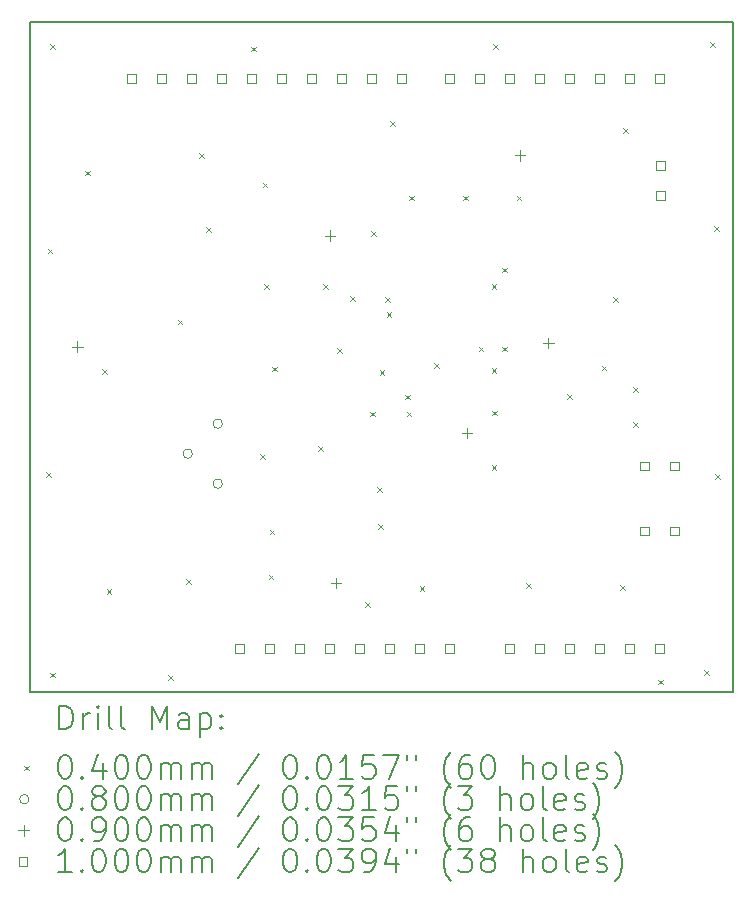
<source format=gbr>
%TF.GenerationSoftware,KiCad,Pcbnew,(6.0.7)*%
%TF.CreationDate,2023-02-07T21:04:06+01:00*%
%TF.ProjectId,002 ardu ino shield,30303220-6172-4647-9520-696e6f207368,rev?*%
%TF.SameCoordinates,Original*%
%TF.FileFunction,Drillmap*%
%TF.FilePolarity,Positive*%
%FSLAX45Y45*%
G04 Gerber Fmt 4.5, Leading zero omitted, Abs format (unit mm)*
G04 Created by KiCad (PCBNEW (6.0.7)) date 2023-02-07 21:04:06*
%MOMM*%
%LPD*%
G01*
G04 APERTURE LIST*
%ADD10C,0.150000*%
%ADD11C,0.200000*%
%ADD12C,0.040000*%
%ADD13C,0.080000*%
%ADD14C,0.090000*%
%ADD15C,0.100000*%
G04 APERTURE END LIST*
D10*
X11020000Y-10110000D02*
X16970000Y-10110000D01*
X11020000Y-10110000D02*
X11020000Y-4440000D01*
X16970000Y-10110000D02*
X16970000Y-4440000D01*
X11020000Y-4440000D02*
X16970000Y-4440000D01*
D11*
D12*
X11160000Y-8250000D02*
X11200000Y-8290000D01*
X11200000Y-8250000D02*
X11160000Y-8290000D01*
X11170000Y-6360000D02*
X11210000Y-6400000D01*
X11210000Y-6360000D02*
X11170000Y-6400000D01*
X11190000Y-4630000D02*
X11230000Y-4670000D01*
X11230000Y-4630000D02*
X11190000Y-4670000D01*
X11190000Y-9950000D02*
X11230000Y-9990000D01*
X11230000Y-9950000D02*
X11190000Y-9990000D01*
X11490000Y-5700000D02*
X11530000Y-5740000D01*
X11530000Y-5700000D02*
X11490000Y-5740000D01*
X11630000Y-7380000D02*
X11670000Y-7420000D01*
X11670000Y-7380000D02*
X11630000Y-7420000D01*
X11670000Y-9240000D02*
X11710000Y-9280000D01*
X11710000Y-9240000D02*
X11670000Y-9280000D01*
X12190000Y-9970000D02*
X12230000Y-10010000D01*
X12230000Y-9970000D02*
X12190000Y-10010000D01*
X12270000Y-6960000D02*
X12310000Y-7000000D01*
X12310000Y-6960000D02*
X12270000Y-7000000D01*
X12340000Y-9160000D02*
X12380000Y-9200000D01*
X12380000Y-9160000D02*
X12340000Y-9200000D01*
X12450000Y-5550000D02*
X12490000Y-5590000D01*
X12490000Y-5550000D02*
X12450000Y-5590000D01*
X12510000Y-6180000D02*
X12550000Y-6220000D01*
X12550000Y-6180000D02*
X12510000Y-6220000D01*
X12890000Y-4650000D02*
X12930000Y-4690000D01*
X12930000Y-4650000D02*
X12890000Y-4690000D01*
X12970000Y-8100000D02*
X13010000Y-8140000D01*
X13010000Y-8100000D02*
X12970000Y-8140000D01*
X12990000Y-5800000D02*
X13030000Y-5840000D01*
X13030000Y-5800000D02*
X12990000Y-5840000D01*
X13000000Y-6660000D02*
X13040000Y-6700000D01*
X13040000Y-6660000D02*
X13000000Y-6700000D01*
X13040000Y-9120000D02*
X13080000Y-9160000D01*
X13080000Y-9120000D02*
X13040000Y-9160000D01*
X13050000Y-8740000D02*
X13090000Y-8780000D01*
X13090000Y-8740000D02*
X13050000Y-8780000D01*
X13070000Y-7360000D02*
X13110000Y-7400000D01*
X13110000Y-7360000D02*
X13070000Y-7400000D01*
X13460000Y-8030000D02*
X13500000Y-8070000D01*
X13500000Y-8030000D02*
X13460000Y-8070000D01*
X13500000Y-6660000D02*
X13540000Y-6700000D01*
X13540000Y-6660000D02*
X13500000Y-6700000D01*
X13620000Y-7200000D02*
X13660000Y-7240000D01*
X13660000Y-7200000D02*
X13620000Y-7240000D01*
X13730000Y-6760000D02*
X13770000Y-6800000D01*
X13770000Y-6760000D02*
X13730000Y-6800000D01*
X13860000Y-9350000D02*
X13900000Y-9390000D01*
X13900000Y-9350000D02*
X13860000Y-9390000D01*
X13900000Y-7740000D02*
X13940000Y-7780000D01*
X13940000Y-7740000D02*
X13900000Y-7780000D01*
X13910000Y-6210000D02*
X13950000Y-6250000D01*
X13950000Y-6210000D02*
X13910000Y-6250000D01*
X13960000Y-8380000D02*
X14000000Y-8420000D01*
X14000000Y-8380000D02*
X13960000Y-8420000D01*
X13970000Y-8690000D02*
X14010000Y-8730000D01*
X14010000Y-8690000D02*
X13970000Y-8730000D01*
X13980000Y-7390000D02*
X14020000Y-7430000D01*
X14020000Y-7390000D02*
X13980000Y-7430000D01*
X14030000Y-6770000D02*
X14070000Y-6810000D01*
X14070000Y-6770000D02*
X14030000Y-6810000D01*
X14040000Y-6900000D02*
X14080000Y-6940000D01*
X14080000Y-6900000D02*
X14040000Y-6940000D01*
X14070000Y-5280000D02*
X14110000Y-5320000D01*
X14110000Y-5280000D02*
X14070000Y-5320000D01*
X14195000Y-7595000D02*
X14235000Y-7635000D01*
X14235000Y-7595000D02*
X14195000Y-7635000D01*
X14210000Y-7740000D02*
X14250000Y-7780000D01*
X14250000Y-7740000D02*
X14210000Y-7780000D01*
X14230000Y-5910000D02*
X14270000Y-5950000D01*
X14270000Y-5910000D02*
X14230000Y-5950000D01*
X14320000Y-9220000D02*
X14360000Y-9260000D01*
X14360000Y-9220000D02*
X14320000Y-9260000D01*
X14440000Y-7330000D02*
X14480000Y-7370000D01*
X14480000Y-7330000D02*
X14440000Y-7370000D01*
X14690000Y-5910000D02*
X14730000Y-5950000D01*
X14730000Y-5910000D02*
X14690000Y-5950000D01*
X14820000Y-7190000D02*
X14860000Y-7230000D01*
X14860000Y-7190000D02*
X14820000Y-7230000D01*
X14930000Y-6660000D02*
X14970000Y-6700000D01*
X14970000Y-6660000D02*
X14930000Y-6700000D01*
X14930000Y-7370000D02*
X14970000Y-7410000D01*
X14970000Y-7370000D02*
X14930000Y-7410000D01*
X14930000Y-8190000D02*
X14970000Y-8230000D01*
X14970000Y-8190000D02*
X14930000Y-8230000D01*
X14931250Y-7732500D02*
X14971250Y-7772500D01*
X14971250Y-7732500D02*
X14931250Y-7772500D01*
X14940000Y-4630000D02*
X14980000Y-4670000D01*
X14980000Y-4630000D02*
X14940000Y-4670000D01*
X15020000Y-6520000D02*
X15060000Y-6560000D01*
X15060000Y-6520000D02*
X15020000Y-6560000D01*
X15020000Y-7190000D02*
X15060000Y-7230000D01*
X15060000Y-7190000D02*
X15020000Y-7230000D01*
X15140000Y-5910000D02*
X15180000Y-5950000D01*
X15180000Y-5910000D02*
X15140000Y-5950000D01*
X15220000Y-9190000D02*
X15260000Y-9230000D01*
X15260000Y-9190000D02*
X15220000Y-9230000D01*
X15568750Y-7591250D02*
X15608750Y-7631250D01*
X15608750Y-7591250D02*
X15568750Y-7631250D01*
X15860000Y-7350000D02*
X15900000Y-7390000D01*
X15900000Y-7350000D02*
X15860000Y-7390000D01*
X15960000Y-6770000D02*
X16000000Y-6810000D01*
X16000000Y-6770000D02*
X15960000Y-6810000D01*
X16020000Y-9210000D02*
X16060000Y-9250000D01*
X16060000Y-9210000D02*
X16020000Y-9250000D01*
X16040000Y-5340000D02*
X16080000Y-5380000D01*
X16080000Y-5340000D02*
X16040000Y-5380000D01*
X16130000Y-7530000D02*
X16170000Y-7570000D01*
X16170000Y-7530000D02*
X16130000Y-7570000D01*
X16130000Y-7830000D02*
X16170000Y-7870000D01*
X16170000Y-7830000D02*
X16130000Y-7870000D01*
X16340000Y-10010000D02*
X16380000Y-10050000D01*
X16380000Y-10010000D02*
X16340000Y-10050000D01*
X16730000Y-9930000D02*
X16770000Y-9970000D01*
X16770000Y-9930000D02*
X16730000Y-9970000D01*
X16780000Y-4610000D02*
X16820000Y-4650000D01*
X16820000Y-4610000D02*
X16780000Y-4650000D01*
X16810000Y-6170000D02*
X16850000Y-6210000D01*
X16850000Y-6170000D02*
X16810000Y-6210000D01*
X16820000Y-8270000D02*
X16860000Y-8310000D01*
X16860000Y-8270000D02*
X16820000Y-8310000D01*
D13*
X12396000Y-8096000D02*
G75*
G03*
X12396000Y-8096000I-40000J0D01*
G01*
X12650000Y-7842000D02*
G75*
G03*
X12650000Y-7842000I-40000J0D01*
G01*
X12650000Y-8350000D02*
G75*
G03*
X12650000Y-8350000I-40000J0D01*
G01*
D14*
X11420000Y-7145000D02*
X11420000Y-7235000D01*
X11375000Y-7190000D02*
X11465000Y-7190000D01*
X13560000Y-6205000D02*
X13560000Y-6295000D01*
X13515000Y-6250000D02*
X13605000Y-6250000D01*
X13610000Y-9145000D02*
X13610000Y-9235000D01*
X13565000Y-9190000D02*
X13655000Y-9190000D01*
X14720000Y-7875000D02*
X14720000Y-7965000D01*
X14675000Y-7920000D02*
X14765000Y-7920000D01*
X15170000Y-5525000D02*
X15170000Y-5615000D01*
X15125000Y-5570000D02*
X15215000Y-5570000D01*
X15410000Y-7115000D02*
X15410000Y-7205000D01*
X15365000Y-7160000D02*
X15455000Y-7160000D01*
D15*
X11914956Y-4955356D02*
X11914956Y-4884644D01*
X11844244Y-4884644D01*
X11844244Y-4955356D01*
X11914956Y-4955356D01*
X12168956Y-4955356D02*
X12168956Y-4884644D01*
X12098244Y-4884644D01*
X12098244Y-4955356D01*
X12168956Y-4955356D01*
X12422956Y-4955356D02*
X12422956Y-4884644D01*
X12352244Y-4884644D01*
X12352244Y-4955356D01*
X12422956Y-4955356D01*
X12676956Y-4955356D02*
X12676956Y-4884644D01*
X12606244Y-4884644D01*
X12606244Y-4955356D01*
X12676956Y-4955356D01*
X12829356Y-9781356D02*
X12829356Y-9710644D01*
X12758644Y-9710644D01*
X12758644Y-9781356D01*
X12829356Y-9781356D01*
X12930956Y-4955356D02*
X12930956Y-4884644D01*
X12860244Y-4884644D01*
X12860244Y-4955356D01*
X12930956Y-4955356D01*
X13083356Y-9781356D02*
X13083356Y-9710644D01*
X13012644Y-9710644D01*
X13012644Y-9781356D01*
X13083356Y-9781356D01*
X13184956Y-4955356D02*
X13184956Y-4884644D01*
X13114244Y-4884644D01*
X13114244Y-4955356D01*
X13184956Y-4955356D01*
X13337356Y-9781356D02*
X13337356Y-9710644D01*
X13266644Y-9710644D01*
X13266644Y-9781356D01*
X13337356Y-9781356D01*
X13438956Y-4955356D02*
X13438956Y-4884644D01*
X13368244Y-4884644D01*
X13368244Y-4955356D01*
X13438956Y-4955356D01*
X13591356Y-9781356D02*
X13591356Y-9710644D01*
X13520644Y-9710644D01*
X13520644Y-9781356D01*
X13591356Y-9781356D01*
X13692956Y-4955356D02*
X13692956Y-4884644D01*
X13622244Y-4884644D01*
X13622244Y-4955356D01*
X13692956Y-4955356D01*
X13845356Y-9781356D02*
X13845356Y-9710644D01*
X13774644Y-9710644D01*
X13774644Y-9781356D01*
X13845356Y-9781356D01*
X13946956Y-4955356D02*
X13946956Y-4884644D01*
X13876244Y-4884644D01*
X13876244Y-4955356D01*
X13946956Y-4955356D01*
X14099356Y-9781356D02*
X14099356Y-9710644D01*
X14028644Y-9710644D01*
X14028644Y-9781356D01*
X14099356Y-9781356D01*
X14200956Y-4955356D02*
X14200956Y-4884644D01*
X14130244Y-4884644D01*
X14130244Y-4955356D01*
X14200956Y-4955356D01*
X14353356Y-9781356D02*
X14353356Y-9710644D01*
X14282644Y-9710644D01*
X14282644Y-9781356D01*
X14353356Y-9781356D01*
X14607356Y-4955356D02*
X14607356Y-4884644D01*
X14536644Y-4884644D01*
X14536644Y-4955356D01*
X14607356Y-4955356D01*
X14607356Y-9781356D02*
X14607356Y-9710644D01*
X14536644Y-9710644D01*
X14536644Y-9781356D01*
X14607356Y-9781356D01*
X14861356Y-4955356D02*
X14861356Y-4884644D01*
X14790644Y-4884644D01*
X14790644Y-4955356D01*
X14861356Y-4955356D01*
X15115356Y-4955356D02*
X15115356Y-4884644D01*
X15044644Y-4884644D01*
X15044644Y-4955356D01*
X15115356Y-4955356D01*
X15115356Y-9781356D02*
X15115356Y-9710644D01*
X15044644Y-9710644D01*
X15044644Y-9781356D01*
X15115356Y-9781356D01*
X15369356Y-4955356D02*
X15369356Y-4884644D01*
X15298644Y-4884644D01*
X15298644Y-4955356D01*
X15369356Y-4955356D01*
X15369356Y-9781356D02*
X15369356Y-9710644D01*
X15298644Y-9710644D01*
X15298644Y-9781356D01*
X15369356Y-9781356D01*
X15623356Y-4955356D02*
X15623356Y-4884644D01*
X15552644Y-4884644D01*
X15552644Y-4955356D01*
X15623356Y-4955356D01*
X15623356Y-9781356D02*
X15623356Y-9710644D01*
X15552644Y-9710644D01*
X15552644Y-9781356D01*
X15623356Y-9781356D01*
X15877356Y-4955356D02*
X15877356Y-4884644D01*
X15806644Y-4884644D01*
X15806644Y-4955356D01*
X15877356Y-4955356D01*
X15877356Y-9781356D02*
X15877356Y-9710644D01*
X15806644Y-9710644D01*
X15806644Y-9781356D01*
X15877356Y-9781356D01*
X16131356Y-4955356D02*
X16131356Y-4884644D01*
X16060644Y-4884644D01*
X16060644Y-4955356D01*
X16131356Y-4955356D01*
X16131356Y-9781356D02*
X16131356Y-9710644D01*
X16060644Y-9710644D01*
X16060644Y-9781356D01*
X16131356Y-9781356D01*
X16258356Y-8236356D02*
X16258356Y-8165644D01*
X16187644Y-8165644D01*
X16187644Y-8236356D01*
X16258356Y-8236356D01*
X16258356Y-8786356D02*
X16258356Y-8715644D01*
X16187644Y-8715644D01*
X16187644Y-8786356D01*
X16258356Y-8786356D01*
X16385356Y-4955356D02*
X16385356Y-4884644D01*
X16314644Y-4884644D01*
X16314644Y-4955356D01*
X16385356Y-4955356D01*
X16385356Y-9781356D02*
X16385356Y-9710644D01*
X16314644Y-9710644D01*
X16314644Y-9781356D01*
X16385356Y-9781356D01*
X16395356Y-5691356D02*
X16395356Y-5620644D01*
X16324644Y-5620644D01*
X16324644Y-5691356D01*
X16395356Y-5691356D01*
X16395356Y-5945356D02*
X16395356Y-5874644D01*
X16324644Y-5874644D01*
X16324644Y-5945356D01*
X16395356Y-5945356D01*
X16512356Y-8236356D02*
X16512356Y-8165644D01*
X16441644Y-8165644D01*
X16441644Y-8236356D01*
X16512356Y-8236356D01*
X16512356Y-8786356D02*
X16512356Y-8715644D01*
X16441644Y-8715644D01*
X16441644Y-8786356D01*
X16512356Y-8786356D01*
D11*
X11270119Y-10427976D02*
X11270119Y-10227976D01*
X11317738Y-10227976D01*
X11346309Y-10237500D01*
X11365357Y-10256548D01*
X11374881Y-10275595D01*
X11384405Y-10313690D01*
X11384405Y-10342262D01*
X11374881Y-10380357D01*
X11365357Y-10399405D01*
X11346309Y-10418452D01*
X11317738Y-10427976D01*
X11270119Y-10427976D01*
X11470119Y-10427976D02*
X11470119Y-10294643D01*
X11470119Y-10332738D02*
X11479643Y-10313690D01*
X11489167Y-10304167D01*
X11508214Y-10294643D01*
X11527262Y-10294643D01*
X11593928Y-10427976D02*
X11593928Y-10294643D01*
X11593928Y-10227976D02*
X11584405Y-10237500D01*
X11593928Y-10247024D01*
X11603452Y-10237500D01*
X11593928Y-10227976D01*
X11593928Y-10247024D01*
X11717738Y-10427976D02*
X11698690Y-10418452D01*
X11689167Y-10399405D01*
X11689167Y-10227976D01*
X11822500Y-10427976D02*
X11803452Y-10418452D01*
X11793928Y-10399405D01*
X11793928Y-10227976D01*
X12051071Y-10427976D02*
X12051071Y-10227976D01*
X12117738Y-10370833D01*
X12184405Y-10227976D01*
X12184405Y-10427976D01*
X12365357Y-10427976D02*
X12365357Y-10323214D01*
X12355833Y-10304167D01*
X12336786Y-10294643D01*
X12298690Y-10294643D01*
X12279643Y-10304167D01*
X12365357Y-10418452D02*
X12346309Y-10427976D01*
X12298690Y-10427976D01*
X12279643Y-10418452D01*
X12270119Y-10399405D01*
X12270119Y-10380357D01*
X12279643Y-10361310D01*
X12298690Y-10351786D01*
X12346309Y-10351786D01*
X12365357Y-10342262D01*
X12460595Y-10294643D02*
X12460595Y-10494643D01*
X12460595Y-10304167D02*
X12479643Y-10294643D01*
X12517738Y-10294643D01*
X12536786Y-10304167D01*
X12546309Y-10313690D01*
X12555833Y-10332738D01*
X12555833Y-10389881D01*
X12546309Y-10408929D01*
X12536786Y-10418452D01*
X12517738Y-10427976D01*
X12479643Y-10427976D01*
X12460595Y-10418452D01*
X12641548Y-10408929D02*
X12651071Y-10418452D01*
X12641548Y-10427976D01*
X12632024Y-10418452D01*
X12641548Y-10408929D01*
X12641548Y-10427976D01*
X12641548Y-10304167D02*
X12651071Y-10313690D01*
X12641548Y-10323214D01*
X12632024Y-10313690D01*
X12641548Y-10304167D01*
X12641548Y-10323214D01*
D12*
X10972500Y-10737500D02*
X11012500Y-10777500D01*
X11012500Y-10737500D02*
X10972500Y-10777500D01*
D11*
X11308214Y-10647976D02*
X11327262Y-10647976D01*
X11346309Y-10657500D01*
X11355833Y-10667024D01*
X11365357Y-10686071D01*
X11374881Y-10724167D01*
X11374881Y-10771786D01*
X11365357Y-10809881D01*
X11355833Y-10828929D01*
X11346309Y-10838452D01*
X11327262Y-10847976D01*
X11308214Y-10847976D01*
X11289167Y-10838452D01*
X11279643Y-10828929D01*
X11270119Y-10809881D01*
X11260595Y-10771786D01*
X11260595Y-10724167D01*
X11270119Y-10686071D01*
X11279643Y-10667024D01*
X11289167Y-10657500D01*
X11308214Y-10647976D01*
X11460595Y-10828929D02*
X11470119Y-10838452D01*
X11460595Y-10847976D01*
X11451071Y-10838452D01*
X11460595Y-10828929D01*
X11460595Y-10847976D01*
X11641548Y-10714643D02*
X11641548Y-10847976D01*
X11593928Y-10638452D02*
X11546309Y-10781310D01*
X11670119Y-10781310D01*
X11784405Y-10647976D02*
X11803452Y-10647976D01*
X11822500Y-10657500D01*
X11832024Y-10667024D01*
X11841548Y-10686071D01*
X11851071Y-10724167D01*
X11851071Y-10771786D01*
X11841548Y-10809881D01*
X11832024Y-10828929D01*
X11822500Y-10838452D01*
X11803452Y-10847976D01*
X11784405Y-10847976D01*
X11765357Y-10838452D01*
X11755833Y-10828929D01*
X11746309Y-10809881D01*
X11736786Y-10771786D01*
X11736786Y-10724167D01*
X11746309Y-10686071D01*
X11755833Y-10667024D01*
X11765357Y-10657500D01*
X11784405Y-10647976D01*
X11974881Y-10647976D02*
X11993928Y-10647976D01*
X12012976Y-10657500D01*
X12022500Y-10667024D01*
X12032024Y-10686071D01*
X12041548Y-10724167D01*
X12041548Y-10771786D01*
X12032024Y-10809881D01*
X12022500Y-10828929D01*
X12012976Y-10838452D01*
X11993928Y-10847976D01*
X11974881Y-10847976D01*
X11955833Y-10838452D01*
X11946309Y-10828929D01*
X11936786Y-10809881D01*
X11927262Y-10771786D01*
X11927262Y-10724167D01*
X11936786Y-10686071D01*
X11946309Y-10667024D01*
X11955833Y-10657500D01*
X11974881Y-10647976D01*
X12127262Y-10847976D02*
X12127262Y-10714643D01*
X12127262Y-10733690D02*
X12136786Y-10724167D01*
X12155833Y-10714643D01*
X12184405Y-10714643D01*
X12203452Y-10724167D01*
X12212976Y-10743214D01*
X12212976Y-10847976D01*
X12212976Y-10743214D02*
X12222500Y-10724167D01*
X12241548Y-10714643D01*
X12270119Y-10714643D01*
X12289167Y-10724167D01*
X12298690Y-10743214D01*
X12298690Y-10847976D01*
X12393928Y-10847976D02*
X12393928Y-10714643D01*
X12393928Y-10733690D02*
X12403452Y-10724167D01*
X12422500Y-10714643D01*
X12451071Y-10714643D01*
X12470119Y-10724167D01*
X12479643Y-10743214D01*
X12479643Y-10847976D01*
X12479643Y-10743214D02*
X12489167Y-10724167D01*
X12508214Y-10714643D01*
X12536786Y-10714643D01*
X12555833Y-10724167D01*
X12565357Y-10743214D01*
X12565357Y-10847976D01*
X12955833Y-10638452D02*
X12784405Y-10895595D01*
X13212976Y-10647976D02*
X13232024Y-10647976D01*
X13251071Y-10657500D01*
X13260595Y-10667024D01*
X13270119Y-10686071D01*
X13279643Y-10724167D01*
X13279643Y-10771786D01*
X13270119Y-10809881D01*
X13260595Y-10828929D01*
X13251071Y-10838452D01*
X13232024Y-10847976D01*
X13212976Y-10847976D01*
X13193928Y-10838452D01*
X13184405Y-10828929D01*
X13174881Y-10809881D01*
X13165357Y-10771786D01*
X13165357Y-10724167D01*
X13174881Y-10686071D01*
X13184405Y-10667024D01*
X13193928Y-10657500D01*
X13212976Y-10647976D01*
X13365357Y-10828929D02*
X13374881Y-10838452D01*
X13365357Y-10847976D01*
X13355833Y-10838452D01*
X13365357Y-10828929D01*
X13365357Y-10847976D01*
X13498690Y-10647976D02*
X13517738Y-10647976D01*
X13536786Y-10657500D01*
X13546309Y-10667024D01*
X13555833Y-10686071D01*
X13565357Y-10724167D01*
X13565357Y-10771786D01*
X13555833Y-10809881D01*
X13546309Y-10828929D01*
X13536786Y-10838452D01*
X13517738Y-10847976D01*
X13498690Y-10847976D01*
X13479643Y-10838452D01*
X13470119Y-10828929D01*
X13460595Y-10809881D01*
X13451071Y-10771786D01*
X13451071Y-10724167D01*
X13460595Y-10686071D01*
X13470119Y-10667024D01*
X13479643Y-10657500D01*
X13498690Y-10647976D01*
X13755833Y-10847976D02*
X13641548Y-10847976D01*
X13698690Y-10847976D02*
X13698690Y-10647976D01*
X13679643Y-10676548D01*
X13660595Y-10695595D01*
X13641548Y-10705119D01*
X13936786Y-10647976D02*
X13841548Y-10647976D01*
X13832024Y-10743214D01*
X13841548Y-10733690D01*
X13860595Y-10724167D01*
X13908214Y-10724167D01*
X13927262Y-10733690D01*
X13936786Y-10743214D01*
X13946309Y-10762262D01*
X13946309Y-10809881D01*
X13936786Y-10828929D01*
X13927262Y-10838452D01*
X13908214Y-10847976D01*
X13860595Y-10847976D01*
X13841548Y-10838452D01*
X13832024Y-10828929D01*
X14012976Y-10647976D02*
X14146309Y-10647976D01*
X14060595Y-10847976D01*
X14212976Y-10647976D02*
X14212976Y-10686071D01*
X14289167Y-10647976D02*
X14289167Y-10686071D01*
X14584405Y-10924167D02*
X14574881Y-10914643D01*
X14555833Y-10886071D01*
X14546309Y-10867024D01*
X14536786Y-10838452D01*
X14527262Y-10790833D01*
X14527262Y-10752738D01*
X14536786Y-10705119D01*
X14546309Y-10676548D01*
X14555833Y-10657500D01*
X14574881Y-10628929D01*
X14584405Y-10619405D01*
X14746309Y-10647976D02*
X14708214Y-10647976D01*
X14689167Y-10657500D01*
X14679643Y-10667024D01*
X14660595Y-10695595D01*
X14651071Y-10733690D01*
X14651071Y-10809881D01*
X14660595Y-10828929D01*
X14670119Y-10838452D01*
X14689167Y-10847976D01*
X14727262Y-10847976D01*
X14746309Y-10838452D01*
X14755833Y-10828929D01*
X14765357Y-10809881D01*
X14765357Y-10762262D01*
X14755833Y-10743214D01*
X14746309Y-10733690D01*
X14727262Y-10724167D01*
X14689167Y-10724167D01*
X14670119Y-10733690D01*
X14660595Y-10743214D01*
X14651071Y-10762262D01*
X14889167Y-10647976D02*
X14908214Y-10647976D01*
X14927262Y-10657500D01*
X14936786Y-10667024D01*
X14946309Y-10686071D01*
X14955833Y-10724167D01*
X14955833Y-10771786D01*
X14946309Y-10809881D01*
X14936786Y-10828929D01*
X14927262Y-10838452D01*
X14908214Y-10847976D01*
X14889167Y-10847976D01*
X14870119Y-10838452D01*
X14860595Y-10828929D01*
X14851071Y-10809881D01*
X14841548Y-10771786D01*
X14841548Y-10724167D01*
X14851071Y-10686071D01*
X14860595Y-10667024D01*
X14870119Y-10657500D01*
X14889167Y-10647976D01*
X15193928Y-10847976D02*
X15193928Y-10647976D01*
X15279643Y-10847976D02*
X15279643Y-10743214D01*
X15270119Y-10724167D01*
X15251071Y-10714643D01*
X15222500Y-10714643D01*
X15203452Y-10724167D01*
X15193928Y-10733690D01*
X15403452Y-10847976D02*
X15384405Y-10838452D01*
X15374881Y-10828929D01*
X15365357Y-10809881D01*
X15365357Y-10752738D01*
X15374881Y-10733690D01*
X15384405Y-10724167D01*
X15403452Y-10714643D01*
X15432024Y-10714643D01*
X15451071Y-10724167D01*
X15460595Y-10733690D01*
X15470119Y-10752738D01*
X15470119Y-10809881D01*
X15460595Y-10828929D01*
X15451071Y-10838452D01*
X15432024Y-10847976D01*
X15403452Y-10847976D01*
X15584405Y-10847976D02*
X15565357Y-10838452D01*
X15555833Y-10819405D01*
X15555833Y-10647976D01*
X15736786Y-10838452D02*
X15717738Y-10847976D01*
X15679643Y-10847976D01*
X15660595Y-10838452D01*
X15651071Y-10819405D01*
X15651071Y-10743214D01*
X15660595Y-10724167D01*
X15679643Y-10714643D01*
X15717738Y-10714643D01*
X15736786Y-10724167D01*
X15746309Y-10743214D01*
X15746309Y-10762262D01*
X15651071Y-10781310D01*
X15822500Y-10838452D02*
X15841548Y-10847976D01*
X15879643Y-10847976D01*
X15898690Y-10838452D01*
X15908214Y-10819405D01*
X15908214Y-10809881D01*
X15898690Y-10790833D01*
X15879643Y-10781310D01*
X15851071Y-10781310D01*
X15832024Y-10771786D01*
X15822500Y-10752738D01*
X15822500Y-10743214D01*
X15832024Y-10724167D01*
X15851071Y-10714643D01*
X15879643Y-10714643D01*
X15898690Y-10724167D01*
X15974881Y-10924167D02*
X15984405Y-10914643D01*
X16003452Y-10886071D01*
X16012976Y-10867024D01*
X16022500Y-10838452D01*
X16032024Y-10790833D01*
X16032024Y-10752738D01*
X16022500Y-10705119D01*
X16012976Y-10676548D01*
X16003452Y-10657500D01*
X15984405Y-10628929D01*
X15974881Y-10619405D01*
D13*
X11012500Y-11021500D02*
G75*
G03*
X11012500Y-11021500I-40000J0D01*
G01*
D11*
X11308214Y-10911976D02*
X11327262Y-10911976D01*
X11346309Y-10921500D01*
X11355833Y-10931024D01*
X11365357Y-10950071D01*
X11374881Y-10988167D01*
X11374881Y-11035786D01*
X11365357Y-11073881D01*
X11355833Y-11092929D01*
X11346309Y-11102452D01*
X11327262Y-11111976D01*
X11308214Y-11111976D01*
X11289167Y-11102452D01*
X11279643Y-11092929D01*
X11270119Y-11073881D01*
X11260595Y-11035786D01*
X11260595Y-10988167D01*
X11270119Y-10950071D01*
X11279643Y-10931024D01*
X11289167Y-10921500D01*
X11308214Y-10911976D01*
X11460595Y-11092929D02*
X11470119Y-11102452D01*
X11460595Y-11111976D01*
X11451071Y-11102452D01*
X11460595Y-11092929D01*
X11460595Y-11111976D01*
X11584405Y-10997690D02*
X11565357Y-10988167D01*
X11555833Y-10978643D01*
X11546309Y-10959595D01*
X11546309Y-10950071D01*
X11555833Y-10931024D01*
X11565357Y-10921500D01*
X11584405Y-10911976D01*
X11622500Y-10911976D01*
X11641548Y-10921500D01*
X11651071Y-10931024D01*
X11660595Y-10950071D01*
X11660595Y-10959595D01*
X11651071Y-10978643D01*
X11641548Y-10988167D01*
X11622500Y-10997690D01*
X11584405Y-10997690D01*
X11565357Y-11007214D01*
X11555833Y-11016738D01*
X11546309Y-11035786D01*
X11546309Y-11073881D01*
X11555833Y-11092929D01*
X11565357Y-11102452D01*
X11584405Y-11111976D01*
X11622500Y-11111976D01*
X11641548Y-11102452D01*
X11651071Y-11092929D01*
X11660595Y-11073881D01*
X11660595Y-11035786D01*
X11651071Y-11016738D01*
X11641548Y-11007214D01*
X11622500Y-10997690D01*
X11784405Y-10911976D02*
X11803452Y-10911976D01*
X11822500Y-10921500D01*
X11832024Y-10931024D01*
X11841548Y-10950071D01*
X11851071Y-10988167D01*
X11851071Y-11035786D01*
X11841548Y-11073881D01*
X11832024Y-11092929D01*
X11822500Y-11102452D01*
X11803452Y-11111976D01*
X11784405Y-11111976D01*
X11765357Y-11102452D01*
X11755833Y-11092929D01*
X11746309Y-11073881D01*
X11736786Y-11035786D01*
X11736786Y-10988167D01*
X11746309Y-10950071D01*
X11755833Y-10931024D01*
X11765357Y-10921500D01*
X11784405Y-10911976D01*
X11974881Y-10911976D02*
X11993928Y-10911976D01*
X12012976Y-10921500D01*
X12022500Y-10931024D01*
X12032024Y-10950071D01*
X12041548Y-10988167D01*
X12041548Y-11035786D01*
X12032024Y-11073881D01*
X12022500Y-11092929D01*
X12012976Y-11102452D01*
X11993928Y-11111976D01*
X11974881Y-11111976D01*
X11955833Y-11102452D01*
X11946309Y-11092929D01*
X11936786Y-11073881D01*
X11927262Y-11035786D01*
X11927262Y-10988167D01*
X11936786Y-10950071D01*
X11946309Y-10931024D01*
X11955833Y-10921500D01*
X11974881Y-10911976D01*
X12127262Y-11111976D02*
X12127262Y-10978643D01*
X12127262Y-10997690D02*
X12136786Y-10988167D01*
X12155833Y-10978643D01*
X12184405Y-10978643D01*
X12203452Y-10988167D01*
X12212976Y-11007214D01*
X12212976Y-11111976D01*
X12212976Y-11007214D02*
X12222500Y-10988167D01*
X12241548Y-10978643D01*
X12270119Y-10978643D01*
X12289167Y-10988167D01*
X12298690Y-11007214D01*
X12298690Y-11111976D01*
X12393928Y-11111976D02*
X12393928Y-10978643D01*
X12393928Y-10997690D02*
X12403452Y-10988167D01*
X12422500Y-10978643D01*
X12451071Y-10978643D01*
X12470119Y-10988167D01*
X12479643Y-11007214D01*
X12479643Y-11111976D01*
X12479643Y-11007214D02*
X12489167Y-10988167D01*
X12508214Y-10978643D01*
X12536786Y-10978643D01*
X12555833Y-10988167D01*
X12565357Y-11007214D01*
X12565357Y-11111976D01*
X12955833Y-10902452D02*
X12784405Y-11159595D01*
X13212976Y-10911976D02*
X13232024Y-10911976D01*
X13251071Y-10921500D01*
X13260595Y-10931024D01*
X13270119Y-10950071D01*
X13279643Y-10988167D01*
X13279643Y-11035786D01*
X13270119Y-11073881D01*
X13260595Y-11092929D01*
X13251071Y-11102452D01*
X13232024Y-11111976D01*
X13212976Y-11111976D01*
X13193928Y-11102452D01*
X13184405Y-11092929D01*
X13174881Y-11073881D01*
X13165357Y-11035786D01*
X13165357Y-10988167D01*
X13174881Y-10950071D01*
X13184405Y-10931024D01*
X13193928Y-10921500D01*
X13212976Y-10911976D01*
X13365357Y-11092929D02*
X13374881Y-11102452D01*
X13365357Y-11111976D01*
X13355833Y-11102452D01*
X13365357Y-11092929D01*
X13365357Y-11111976D01*
X13498690Y-10911976D02*
X13517738Y-10911976D01*
X13536786Y-10921500D01*
X13546309Y-10931024D01*
X13555833Y-10950071D01*
X13565357Y-10988167D01*
X13565357Y-11035786D01*
X13555833Y-11073881D01*
X13546309Y-11092929D01*
X13536786Y-11102452D01*
X13517738Y-11111976D01*
X13498690Y-11111976D01*
X13479643Y-11102452D01*
X13470119Y-11092929D01*
X13460595Y-11073881D01*
X13451071Y-11035786D01*
X13451071Y-10988167D01*
X13460595Y-10950071D01*
X13470119Y-10931024D01*
X13479643Y-10921500D01*
X13498690Y-10911976D01*
X13632024Y-10911976D02*
X13755833Y-10911976D01*
X13689167Y-10988167D01*
X13717738Y-10988167D01*
X13736786Y-10997690D01*
X13746309Y-11007214D01*
X13755833Y-11026262D01*
X13755833Y-11073881D01*
X13746309Y-11092929D01*
X13736786Y-11102452D01*
X13717738Y-11111976D01*
X13660595Y-11111976D01*
X13641548Y-11102452D01*
X13632024Y-11092929D01*
X13946309Y-11111976D02*
X13832024Y-11111976D01*
X13889167Y-11111976D02*
X13889167Y-10911976D01*
X13870119Y-10940548D01*
X13851071Y-10959595D01*
X13832024Y-10969119D01*
X14127262Y-10911976D02*
X14032024Y-10911976D01*
X14022500Y-11007214D01*
X14032024Y-10997690D01*
X14051071Y-10988167D01*
X14098690Y-10988167D01*
X14117738Y-10997690D01*
X14127262Y-11007214D01*
X14136786Y-11026262D01*
X14136786Y-11073881D01*
X14127262Y-11092929D01*
X14117738Y-11102452D01*
X14098690Y-11111976D01*
X14051071Y-11111976D01*
X14032024Y-11102452D01*
X14022500Y-11092929D01*
X14212976Y-10911976D02*
X14212976Y-10950071D01*
X14289167Y-10911976D02*
X14289167Y-10950071D01*
X14584405Y-11188167D02*
X14574881Y-11178643D01*
X14555833Y-11150071D01*
X14546309Y-11131024D01*
X14536786Y-11102452D01*
X14527262Y-11054833D01*
X14527262Y-11016738D01*
X14536786Y-10969119D01*
X14546309Y-10940548D01*
X14555833Y-10921500D01*
X14574881Y-10892929D01*
X14584405Y-10883405D01*
X14641548Y-10911976D02*
X14765357Y-10911976D01*
X14698690Y-10988167D01*
X14727262Y-10988167D01*
X14746309Y-10997690D01*
X14755833Y-11007214D01*
X14765357Y-11026262D01*
X14765357Y-11073881D01*
X14755833Y-11092929D01*
X14746309Y-11102452D01*
X14727262Y-11111976D01*
X14670119Y-11111976D01*
X14651071Y-11102452D01*
X14641548Y-11092929D01*
X15003452Y-11111976D02*
X15003452Y-10911976D01*
X15089167Y-11111976D02*
X15089167Y-11007214D01*
X15079643Y-10988167D01*
X15060595Y-10978643D01*
X15032024Y-10978643D01*
X15012976Y-10988167D01*
X15003452Y-10997690D01*
X15212976Y-11111976D02*
X15193928Y-11102452D01*
X15184405Y-11092929D01*
X15174881Y-11073881D01*
X15174881Y-11016738D01*
X15184405Y-10997690D01*
X15193928Y-10988167D01*
X15212976Y-10978643D01*
X15241548Y-10978643D01*
X15260595Y-10988167D01*
X15270119Y-10997690D01*
X15279643Y-11016738D01*
X15279643Y-11073881D01*
X15270119Y-11092929D01*
X15260595Y-11102452D01*
X15241548Y-11111976D01*
X15212976Y-11111976D01*
X15393928Y-11111976D02*
X15374881Y-11102452D01*
X15365357Y-11083405D01*
X15365357Y-10911976D01*
X15546309Y-11102452D02*
X15527262Y-11111976D01*
X15489167Y-11111976D01*
X15470119Y-11102452D01*
X15460595Y-11083405D01*
X15460595Y-11007214D01*
X15470119Y-10988167D01*
X15489167Y-10978643D01*
X15527262Y-10978643D01*
X15546309Y-10988167D01*
X15555833Y-11007214D01*
X15555833Y-11026262D01*
X15460595Y-11045310D01*
X15632024Y-11102452D02*
X15651071Y-11111976D01*
X15689167Y-11111976D01*
X15708214Y-11102452D01*
X15717738Y-11083405D01*
X15717738Y-11073881D01*
X15708214Y-11054833D01*
X15689167Y-11045310D01*
X15660595Y-11045310D01*
X15641548Y-11035786D01*
X15632024Y-11016738D01*
X15632024Y-11007214D01*
X15641548Y-10988167D01*
X15660595Y-10978643D01*
X15689167Y-10978643D01*
X15708214Y-10988167D01*
X15784405Y-11188167D02*
X15793928Y-11178643D01*
X15812976Y-11150071D01*
X15822500Y-11131024D01*
X15832024Y-11102452D01*
X15841548Y-11054833D01*
X15841548Y-11016738D01*
X15832024Y-10969119D01*
X15822500Y-10940548D01*
X15812976Y-10921500D01*
X15793928Y-10892929D01*
X15784405Y-10883405D01*
D14*
X10967500Y-11240500D02*
X10967500Y-11330500D01*
X10922500Y-11285500D02*
X11012500Y-11285500D01*
D11*
X11308214Y-11175976D02*
X11327262Y-11175976D01*
X11346309Y-11185500D01*
X11355833Y-11195024D01*
X11365357Y-11214071D01*
X11374881Y-11252167D01*
X11374881Y-11299786D01*
X11365357Y-11337881D01*
X11355833Y-11356928D01*
X11346309Y-11366452D01*
X11327262Y-11375976D01*
X11308214Y-11375976D01*
X11289167Y-11366452D01*
X11279643Y-11356928D01*
X11270119Y-11337881D01*
X11260595Y-11299786D01*
X11260595Y-11252167D01*
X11270119Y-11214071D01*
X11279643Y-11195024D01*
X11289167Y-11185500D01*
X11308214Y-11175976D01*
X11460595Y-11356928D02*
X11470119Y-11366452D01*
X11460595Y-11375976D01*
X11451071Y-11366452D01*
X11460595Y-11356928D01*
X11460595Y-11375976D01*
X11565357Y-11375976D02*
X11603452Y-11375976D01*
X11622500Y-11366452D01*
X11632024Y-11356928D01*
X11651071Y-11328357D01*
X11660595Y-11290262D01*
X11660595Y-11214071D01*
X11651071Y-11195024D01*
X11641548Y-11185500D01*
X11622500Y-11175976D01*
X11584405Y-11175976D01*
X11565357Y-11185500D01*
X11555833Y-11195024D01*
X11546309Y-11214071D01*
X11546309Y-11261690D01*
X11555833Y-11280738D01*
X11565357Y-11290262D01*
X11584405Y-11299786D01*
X11622500Y-11299786D01*
X11641548Y-11290262D01*
X11651071Y-11280738D01*
X11660595Y-11261690D01*
X11784405Y-11175976D02*
X11803452Y-11175976D01*
X11822500Y-11185500D01*
X11832024Y-11195024D01*
X11841548Y-11214071D01*
X11851071Y-11252167D01*
X11851071Y-11299786D01*
X11841548Y-11337881D01*
X11832024Y-11356928D01*
X11822500Y-11366452D01*
X11803452Y-11375976D01*
X11784405Y-11375976D01*
X11765357Y-11366452D01*
X11755833Y-11356928D01*
X11746309Y-11337881D01*
X11736786Y-11299786D01*
X11736786Y-11252167D01*
X11746309Y-11214071D01*
X11755833Y-11195024D01*
X11765357Y-11185500D01*
X11784405Y-11175976D01*
X11974881Y-11175976D02*
X11993928Y-11175976D01*
X12012976Y-11185500D01*
X12022500Y-11195024D01*
X12032024Y-11214071D01*
X12041548Y-11252167D01*
X12041548Y-11299786D01*
X12032024Y-11337881D01*
X12022500Y-11356928D01*
X12012976Y-11366452D01*
X11993928Y-11375976D01*
X11974881Y-11375976D01*
X11955833Y-11366452D01*
X11946309Y-11356928D01*
X11936786Y-11337881D01*
X11927262Y-11299786D01*
X11927262Y-11252167D01*
X11936786Y-11214071D01*
X11946309Y-11195024D01*
X11955833Y-11185500D01*
X11974881Y-11175976D01*
X12127262Y-11375976D02*
X12127262Y-11242643D01*
X12127262Y-11261690D02*
X12136786Y-11252167D01*
X12155833Y-11242643D01*
X12184405Y-11242643D01*
X12203452Y-11252167D01*
X12212976Y-11271214D01*
X12212976Y-11375976D01*
X12212976Y-11271214D02*
X12222500Y-11252167D01*
X12241548Y-11242643D01*
X12270119Y-11242643D01*
X12289167Y-11252167D01*
X12298690Y-11271214D01*
X12298690Y-11375976D01*
X12393928Y-11375976D02*
X12393928Y-11242643D01*
X12393928Y-11261690D02*
X12403452Y-11252167D01*
X12422500Y-11242643D01*
X12451071Y-11242643D01*
X12470119Y-11252167D01*
X12479643Y-11271214D01*
X12479643Y-11375976D01*
X12479643Y-11271214D02*
X12489167Y-11252167D01*
X12508214Y-11242643D01*
X12536786Y-11242643D01*
X12555833Y-11252167D01*
X12565357Y-11271214D01*
X12565357Y-11375976D01*
X12955833Y-11166452D02*
X12784405Y-11423595D01*
X13212976Y-11175976D02*
X13232024Y-11175976D01*
X13251071Y-11185500D01*
X13260595Y-11195024D01*
X13270119Y-11214071D01*
X13279643Y-11252167D01*
X13279643Y-11299786D01*
X13270119Y-11337881D01*
X13260595Y-11356928D01*
X13251071Y-11366452D01*
X13232024Y-11375976D01*
X13212976Y-11375976D01*
X13193928Y-11366452D01*
X13184405Y-11356928D01*
X13174881Y-11337881D01*
X13165357Y-11299786D01*
X13165357Y-11252167D01*
X13174881Y-11214071D01*
X13184405Y-11195024D01*
X13193928Y-11185500D01*
X13212976Y-11175976D01*
X13365357Y-11356928D02*
X13374881Y-11366452D01*
X13365357Y-11375976D01*
X13355833Y-11366452D01*
X13365357Y-11356928D01*
X13365357Y-11375976D01*
X13498690Y-11175976D02*
X13517738Y-11175976D01*
X13536786Y-11185500D01*
X13546309Y-11195024D01*
X13555833Y-11214071D01*
X13565357Y-11252167D01*
X13565357Y-11299786D01*
X13555833Y-11337881D01*
X13546309Y-11356928D01*
X13536786Y-11366452D01*
X13517738Y-11375976D01*
X13498690Y-11375976D01*
X13479643Y-11366452D01*
X13470119Y-11356928D01*
X13460595Y-11337881D01*
X13451071Y-11299786D01*
X13451071Y-11252167D01*
X13460595Y-11214071D01*
X13470119Y-11195024D01*
X13479643Y-11185500D01*
X13498690Y-11175976D01*
X13632024Y-11175976D02*
X13755833Y-11175976D01*
X13689167Y-11252167D01*
X13717738Y-11252167D01*
X13736786Y-11261690D01*
X13746309Y-11271214D01*
X13755833Y-11290262D01*
X13755833Y-11337881D01*
X13746309Y-11356928D01*
X13736786Y-11366452D01*
X13717738Y-11375976D01*
X13660595Y-11375976D01*
X13641548Y-11366452D01*
X13632024Y-11356928D01*
X13936786Y-11175976D02*
X13841548Y-11175976D01*
X13832024Y-11271214D01*
X13841548Y-11261690D01*
X13860595Y-11252167D01*
X13908214Y-11252167D01*
X13927262Y-11261690D01*
X13936786Y-11271214D01*
X13946309Y-11290262D01*
X13946309Y-11337881D01*
X13936786Y-11356928D01*
X13927262Y-11366452D01*
X13908214Y-11375976D01*
X13860595Y-11375976D01*
X13841548Y-11366452D01*
X13832024Y-11356928D01*
X14117738Y-11242643D02*
X14117738Y-11375976D01*
X14070119Y-11166452D02*
X14022500Y-11309309D01*
X14146309Y-11309309D01*
X14212976Y-11175976D02*
X14212976Y-11214071D01*
X14289167Y-11175976D02*
X14289167Y-11214071D01*
X14584405Y-11452167D02*
X14574881Y-11442643D01*
X14555833Y-11414071D01*
X14546309Y-11395024D01*
X14536786Y-11366452D01*
X14527262Y-11318833D01*
X14527262Y-11280738D01*
X14536786Y-11233119D01*
X14546309Y-11204548D01*
X14555833Y-11185500D01*
X14574881Y-11156929D01*
X14584405Y-11147405D01*
X14746309Y-11175976D02*
X14708214Y-11175976D01*
X14689167Y-11185500D01*
X14679643Y-11195024D01*
X14660595Y-11223595D01*
X14651071Y-11261690D01*
X14651071Y-11337881D01*
X14660595Y-11356928D01*
X14670119Y-11366452D01*
X14689167Y-11375976D01*
X14727262Y-11375976D01*
X14746309Y-11366452D01*
X14755833Y-11356928D01*
X14765357Y-11337881D01*
X14765357Y-11290262D01*
X14755833Y-11271214D01*
X14746309Y-11261690D01*
X14727262Y-11252167D01*
X14689167Y-11252167D01*
X14670119Y-11261690D01*
X14660595Y-11271214D01*
X14651071Y-11290262D01*
X15003452Y-11375976D02*
X15003452Y-11175976D01*
X15089167Y-11375976D02*
X15089167Y-11271214D01*
X15079643Y-11252167D01*
X15060595Y-11242643D01*
X15032024Y-11242643D01*
X15012976Y-11252167D01*
X15003452Y-11261690D01*
X15212976Y-11375976D02*
X15193928Y-11366452D01*
X15184405Y-11356928D01*
X15174881Y-11337881D01*
X15174881Y-11280738D01*
X15184405Y-11261690D01*
X15193928Y-11252167D01*
X15212976Y-11242643D01*
X15241548Y-11242643D01*
X15260595Y-11252167D01*
X15270119Y-11261690D01*
X15279643Y-11280738D01*
X15279643Y-11337881D01*
X15270119Y-11356928D01*
X15260595Y-11366452D01*
X15241548Y-11375976D01*
X15212976Y-11375976D01*
X15393928Y-11375976D02*
X15374881Y-11366452D01*
X15365357Y-11347405D01*
X15365357Y-11175976D01*
X15546309Y-11366452D02*
X15527262Y-11375976D01*
X15489167Y-11375976D01*
X15470119Y-11366452D01*
X15460595Y-11347405D01*
X15460595Y-11271214D01*
X15470119Y-11252167D01*
X15489167Y-11242643D01*
X15527262Y-11242643D01*
X15546309Y-11252167D01*
X15555833Y-11271214D01*
X15555833Y-11290262D01*
X15460595Y-11309309D01*
X15632024Y-11366452D02*
X15651071Y-11375976D01*
X15689167Y-11375976D01*
X15708214Y-11366452D01*
X15717738Y-11347405D01*
X15717738Y-11337881D01*
X15708214Y-11318833D01*
X15689167Y-11309309D01*
X15660595Y-11309309D01*
X15641548Y-11299786D01*
X15632024Y-11280738D01*
X15632024Y-11271214D01*
X15641548Y-11252167D01*
X15660595Y-11242643D01*
X15689167Y-11242643D01*
X15708214Y-11252167D01*
X15784405Y-11452167D02*
X15793928Y-11442643D01*
X15812976Y-11414071D01*
X15822500Y-11395024D01*
X15832024Y-11366452D01*
X15841548Y-11318833D01*
X15841548Y-11280738D01*
X15832024Y-11233119D01*
X15822500Y-11204548D01*
X15812976Y-11185500D01*
X15793928Y-11156929D01*
X15784405Y-11147405D01*
D15*
X10997856Y-11584856D02*
X10997856Y-11514144D01*
X10927144Y-11514144D01*
X10927144Y-11584856D01*
X10997856Y-11584856D01*
D11*
X11374881Y-11639976D02*
X11260595Y-11639976D01*
X11317738Y-11639976D02*
X11317738Y-11439976D01*
X11298690Y-11468548D01*
X11279643Y-11487595D01*
X11260595Y-11497119D01*
X11460595Y-11620928D02*
X11470119Y-11630452D01*
X11460595Y-11639976D01*
X11451071Y-11630452D01*
X11460595Y-11620928D01*
X11460595Y-11639976D01*
X11593928Y-11439976D02*
X11612976Y-11439976D01*
X11632024Y-11449500D01*
X11641548Y-11459024D01*
X11651071Y-11478071D01*
X11660595Y-11516167D01*
X11660595Y-11563786D01*
X11651071Y-11601881D01*
X11641548Y-11620928D01*
X11632024Y-11630452D01*
X11612976Y-11639976D01*
X11593928Y-11639976D01*
X11574881Y-11630452D01*
X11565357Y-11620928D01*
X11555833Y-11601881D01*
X11546309Y-11563786D01*
X11546309Y-11516167D01*
X11555833Y-11478071D01*
X11565357Y-11459024D01*
X11574881Y-11449500D01*
X11593928Y-11439976D01*
X11784405Y-11439976D02*
X11803452Y-11439976D01*
X11822500Y-11449500D01*
X11832024Y-11459024D01*
X11841548Y-11478071D01*
X11851071Y-11516167D01*
X11851071Y-11563786D01*
X11841548Y-11601881D01*
X11832024Y-11620928D01*
X11822500Y-11630452D01*
X11803452Y-11639976D01*
X11784405Y-11639976D01*
X11765357Y-11630452D01*
X11755833Y-11620928D01*
X11746309Y-11601881D01*
X11736786Y-11563786D01*
X11736786Y-11516167D01*
X11746309Y-11478071D01*
X11755833Y-11459024D01*
X11765357Y-11449500D01*
X11784405Y-11439976D01*
X11974881Y-11439976D02*
X11993928Y-11439976D01*
X12012976Y-11449500D01*
X12022500Y-11459024D01*
X12032024Y-11478071D01*
X12041548Y-11516167D01*
X12041548Y-11563786D01*
X12032024Y-11601881D01*
X12022500Y-11620928D01*
X12012976Y-11630452D01*
X11993928Y-11639976D01*
X11974881Y-11639976D01*
X11955833Y-11630452D01*
X11946309Y-11620928D01*
X11936786Y-11601881D01*
X11927262Y-11563786D01*
X11927262Y-11516167D01*
X11936786Y-11478071D01*
X11946309Y-11459024D01*
X11955833Y-11449500D01*
X11974881Y-11439976D01*
X12127262Y-11639976D02*
X12127262Y-11506643D01*
X12127262Y-11525690D02*
X12136786Y-11516167D01*
X12155833Y-11506643D01*
X12184405Y-11506643D01*
X12203452Y-11516167D01*
X12212976Y-11535214D01*
X12212976Y-11639976D01*
X12212976Y-11535214D02*
X12222500Y-11516167D01*
X12241548Y-11506643D01*
X12270119Y-11506643D01*
X12289167Y-11516167D01*
X12298690Y-11535214D01*
X12298690Y-11639976D01*
X12393928Y-11639976D02*
X12393928Y-11506643D01*
X12393928Y-11525690D02*
X12403452Y-11516167D01*
X12422500Y-11506643D01*
X12451071Y-11506643D01*
X12470119Y-11516167D01*
X12479643Y-11535214D01*
X12479643Y-11639976D01*
X12479643Y-11535214D02*
X12489167Y-11516167D01*
X12508214Y-11506643D01*
X12536786Y-11506643D01*
X12555833Y-11516167D01*
X12565357Y-11535214D01*
X12565357Y-11639976D01*
X12955833Y-11430452D02*
X12784405Y-11687595D01*
X13212976Y-11439976D02*
X13232024Y-11439976D01*
X13251071Y-11449500D01*
X13260595Y-11459024D01*
X13270119Y-11478071D01*
X13279643Y-11516167D01*
X13279643Y-11563786D01*
X13270119Y-11601881D01*
X13260595Y-11620928D01*
X13251071Y-11630452D01*
X13232024Y-11639976D01*
X13212976Y-11639976D01*
X13193928Y-11630452D01*
X13184405Y-11620928D01*
X13174881Y-11601881D01*
X13165357Y-11563786D01*
X13165357Y-11516167D01*
X13174881Y-11478071D01*
X13184405Y-11459024D01*
X13193928Y-11449500D01*
X13212976Y-11439976D01*
X13365357Y-11620928D02*
X13374881Y-11630452D01*
X13365357Y-11639976D01*
X13355833Y-11630452D01*
X13365357Y-11620928D01*
X13365357Y-11639976D01*
X13498690Y-11439976D02*
X13517738Y-11439976D01*
X13536786Y-11449500D01*
X13546309Y-11459024D01*
X13555833Y-11478071D01*
X13565357Y-11516167D01*
X13565357Y-11563786D01*
X13555833Y-11601881D01*
X13546309Y-11620928D01*
X13536786Y-11630452D01*
X13517738Y-11639976D01*
X13498690Y-11639976D01*
X13479643Y-11630452D01*
X13470119Y-11620928D01*
X13460595Y-11601881D01*
X13451071Y-11563786D01*
X13451071Y-11516167D01*
X13460595Y-11478071D01*
X13470119Y-11459024D01*
X13479643Y-11449500D01*
X13498690Y-11439976D01*
X13632024Y-11439976D02*
X13755833Y-11439976D01*
X13689167Y-11516167D01*
X13717738Y-11516167D01*
X13736786Y-11525690D01*
X13746309Y-11535214D01*
X13755833Y-11554262D01*
X13755833Y-11601881D01*
X13746309Y-11620928D01*
X13736786Y-11630452D01*
X13717738Y-11639976D01*
X13660595Y-11639976D01*
X13641548Y-11630452D01*
X13632024Y-11620928D01*
X13851071Y-11639976D02*
X13889167Y-11639976D01*
X13908214Y-11630452D01*
X13917738Y-11620928D01*
X13936786Y-11592357D01*
X13946309Y-11554262D01*
X13946309Y-11478071D01*
X13936786Y-11459024D01*
X13927262Y-11449500D01*
X13908214Y-11439976D01*
X13870119Y-11439976D01*
X13851071Y-11449500D01*
X13841548Y-11459024D01*
X13832024Y-11478071D01*
X13832024Y-11525690D01*
X13841548Y-11544738D01*
X13851071Y-11554262D01*
X13870119Y-11563786D01*
X13908214Y-11563786D01*
X13927262Y-11554262D01*
X13936786Y-11544738D01*
X13946309Y-11525690D01*
X14117738Y-11506643D02*
X14117738Y-11639976D01*
X14070119Y-11430452D02*
X14022500Y-11573309D01*
X14146309Y-11573309D01*
X14212976Y-11439976D02*
X14212976Y-11478071D01*
X14289167Y-11439976D02*
X14289167Y-11478071D01*
X14584405Y-11716167D02*
X14574881Y-11706643D01*
X14555833Y-11678071D01*
X14546309Y-11659024D01*
X14536786Y-11630452D01*
X14527262Y-11582833D01*
X14527262Y-11544738D01*
X14536786Y-11497119D01*
X14546309Y-11468548D01*
X14555833Y-11449500D01*
X14574881Y-11420928D01*
X14584405Y-11411405D01*
X14641548Y-11439976D02*
X14765357Y-11439976D01*
X14698690Y-11516167D01*
X14727262Y-11516167D01*
X14746309Y-11525690D01*
X14755833Y-11535214D01*
X14765357Y-11554262D01*
X14765357Y-11601881D01*
X14755833Y-11620928D01*
X14746309Y-11630452D01*
X14727262Y-11639976D01*
X14670119Y-11639976D01*
X14651071Y-11630452D01*
X14641548Y-11620928D01*
X14879643Y-11525690D02*
X14860595Y-11516167D01*
X14851071Y-11506643D01*
X14841548Y-11487595D01*
X14841548Y-11478071D01*
X14851071Y-11459024D01*
X14860595Y-11449500D01*
X14879643Y-11439976D01*
X14917738Y-11439976D01*
X14936786Y-11449500D01*
X14946309Y-11459024D01*
X14955833Y-11478071D01*
X14955833Y-11487595D01*
X14946309Y-11506643D01*
X14936786Y-11516167D01*
X14917738Y-11525690D01*
X14879643Y-11525690D01*
X14860595Y-11535214D01*
X14851071Y-11544738D01*
X14841548Y-11563786D01*
X14841548Y-11601881D01*
X14851071Y-11620928D01*
X14860595Y-11630452D01*
X14879643Y-11639976D01*
X14917738Y-11639976D01*
X14936786Y-11630452D01*
X14946309Y-11620928D01*
X14955833Y-11601881D01*
X14955833Y-11563786D01*
X14946309Y-11544738D01*
X14936786Y-11535214D01*
X14917738Y-11525690D01*
X15193928Y-11639976D02*
X15193928Y-11439976D01*
X15279643Y-11639976D02*
X15279643Y-11535214D01*
X15270119Y-11516167D01*
X15251071Y-11506643D01*
X15222500Y-11506643D01*
X15203452Y-11516167D01*
X15193928Y-11525690D01*
X15403452Y-11639976D02*
X15384405Y-11630452D01*
X15374881Y-11620928D01*
X15365357Y-11601881D01*
X15365357Y-11544738D01*
X15374881Y-11525690D01*
X15384405Y-11516167D01*
X15403452Y-11506643D01*
X15432024Y-11506643D01*
X15451071Y-11516167D01*
X15460595Y-11525690D01*
X15470119Y-11544738D01*
X15470119Y-11601881D01*
X15460595Y-11620928D01*
X15451071Y-11630452D01*
X15432024Y-11639976D01*
X15403452Y-11639976D01*
X15584405Y-11639976D02*
X15565357Y-11630452D01*
X15555833Y-11611405D01*
X15555833Y-11439976D01*
X15736786Y-11630452D02*
X15717738Y-11639976D01*
X15679643Y-11639976D01*
X15660595Y-11630452D01*
X15651071Y-11611405D01*
X15651071Y-11535214D01*
X15660595Y-11516167D01*
X15679643Y-11506643D01*
X15717738Y-11506643D01*
X15736786Y-11516167D01*
X15746309Y-11535214D01*
X15746309Y-11554262D01*
X15651071Y-11573309D01*
X15822500Y-11630452D02*
X15841548Y-11639976D01*
X15879643Y-11639976D01*
X15898690Y-11630452D01*
X15908214Y-11611405D01*
X15908214Y-11601881D01*
X15898690Y-11582833D01*
X15879643Y-11573309D01*
X15851071Y-11573309D01*
X15832024Y-11563786D01*
X15822500Y-11544738D01*
X15822500Y-11535214D01*
X15832024Y-11516167D01*
X15851071Y-11506643D01*
X15879643Y-11506643D01*
X15898690Y-11516167D01*
X15974881Y-11716167D02*
X15984405Y-11706643D01*
X16003452Y-11678071D01*
X16012976Y-11659024D01*
X16022500Y-11630452D01*
X16032024Y-11582833D01*
X16032024Y-11544738D01*
X16022500Y-11497119D01*
X16012976Y-11468548D01*
X16003452Y-11449500D01*
X15984405Y-11420928D01*
X15974881Y-11411405D01*
M02*

</source>
